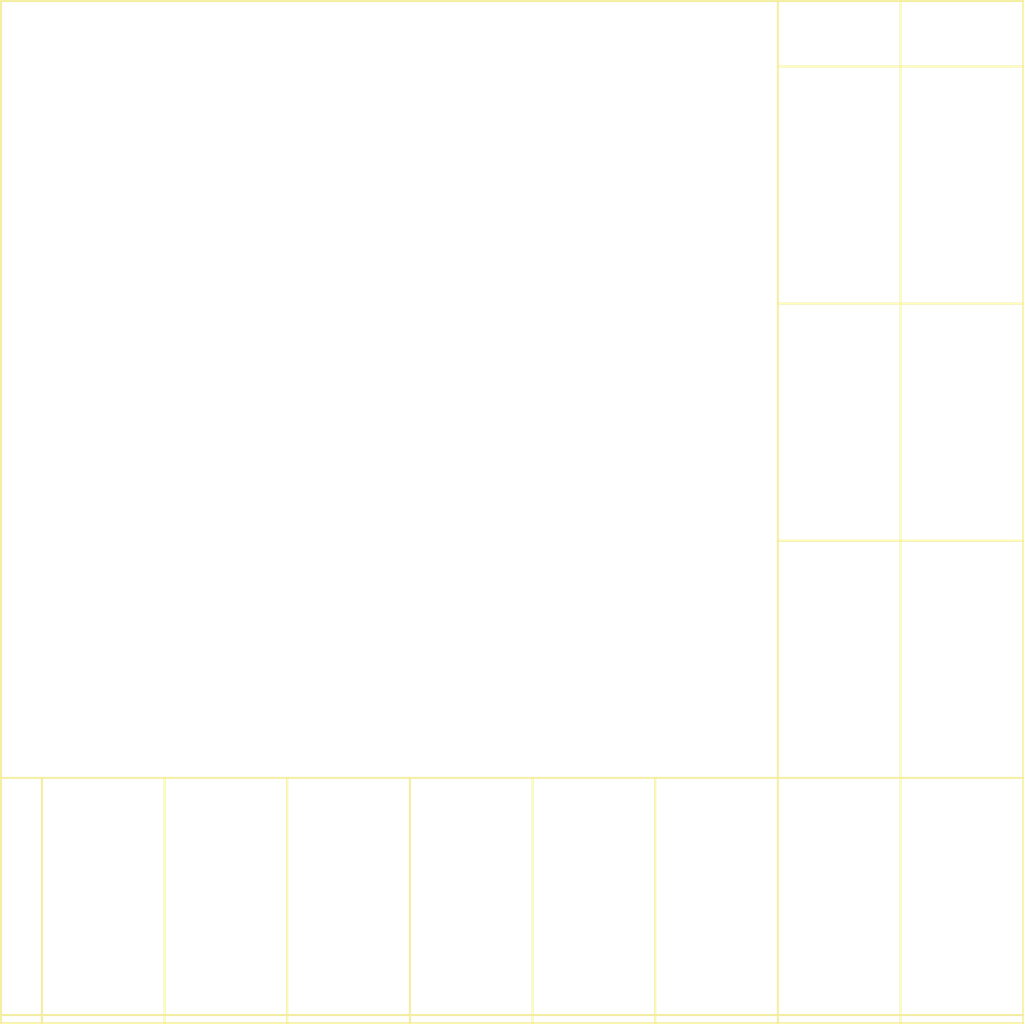
<source format=kicad_pcb>
(kicad_pcb (version 4) (host Gerbview "4.0.7")

  (layers 
    (0 F.Cu signal)
    (31 B.Cu signal)
    (32 B.Adhes user)
    (33 F.Adhes user)
    (34 B.Paste user)
    (35 F.Paste user)
    (36 B.SilkS user)
    (37 F.SilkS user)
    (38 B.Mask user)
    (39 F.Mask user)
    (40 Dwgs.User user)
    (41 Cmts.User user)
    (42 Eco1.User user)
    (43 Eco2.User user)
    (44 Edge.Cuts user)
    (45 Margin user)
    (46 B.CrtYd user)
    (47 F.CrtYd user)
    (48 B.Fab user)
    (49 F.Fab user)
  )

(gr_line (start 4 -0.8) (end 4 0)(layer F.SilkS) (width 0.2))
(gr_line (start 4 -24) (end 4 -0.8)(layer F.SilkS) (width 0.2))
(gr_line (start 16 -24) (end 16 0)(layer F.SilkS) (width 0.2))
(gr_line (start 28 -24) (end 28 0)(layer F.SilkS) (width 0.2))
(gr_line (start 40 -24) (end 40 0)(layer F.SilkS) (width 0.2))
(gr_line (start 52 -24) (end 52 0)(layer F.SilkS) (width 0.2))
(gr_line (start 64 -0.8) (end 64 0)(layer F.SilkS) (width 0.2))
(gr_line (start 64 -24) (end 64 -0.8)(layer F.SilkS) (width 0.2))
(gr_line (start 76 -47.2) (end 100 -47.2)(layer F.SilkS) (width 0.2))
(gr_line (start 100 -70.40000000000001) (end 76 -70.40000000000001)(layer F.SilkS) (width 0.2))
(gr_line (start 76 -93.59999999999999) (end 100 -93.59999999999999)(layer F.SilkS) (width 0.2))
(gr_line (start 88 0) (end 88 -100)(layer F.SilkS) (width 0.2))
(gr_line (start 76 -100) (end 76 0)(layer F.SilkS) (width 0.2))
(gr_line (start 100 -0.8) (end 0 -0.8)(layer F.SilkS) (width 0.2))
(gr_line (start 0 -24) (end 100 -24)(layer F.SilkS) (width 0.2))
(gr_line (start 100 -100) (end 0 -100)(layer F.SilkS) (width 0.2))
(gr_line (start 100 0) (end 100 -100)(layer F.SilkS) (width 0.2))
(gr_line (start 0 0) (end 100 0)(layer F.SilkS) (width 0.2))
(gr_line (start 0 -100) (end 0 0)(layer F.SilkS) (width 0.2))
)

</source>
